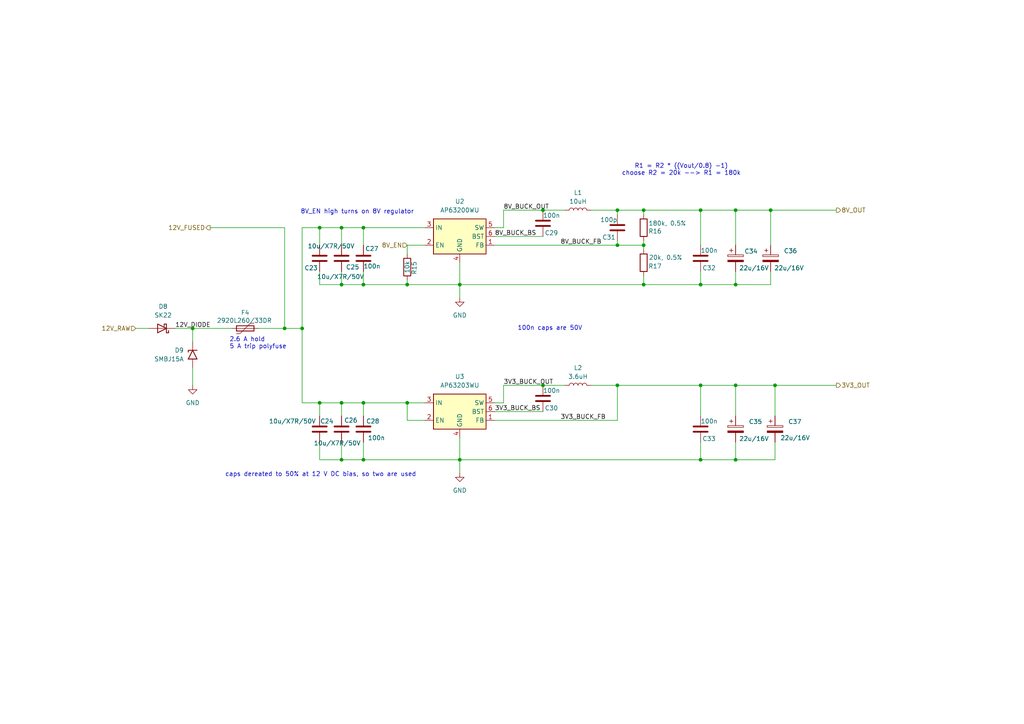
<source format=kicad_sch>
(kicad_sch (version 20231120) (generator "eeschema") (generator_version "8.0")
  (paper "A4")
  (lib_symbols
    (symbol "Device:C" (pin_numbers hide) (pin_names (offset 0.254))
      (property "Reference" "C" (at 0.635 2.54 0))
      (property "Value" "C" (at 0.635 -2.54 0))
      (symbol "C_0_1"
        (polyline (pts (xy -2.032 -0.762) (xy 2.032 -0.762)) (stroke (width 0.508)))
        (polyline (pts (xy -2.032 0.762) (xy 2.032 0.762)) (stroke (width 0.508)))
      )
      (symbol "C_1_1"
        (pin passive line (at 0 3.81 270) (length 2.794) (name "~") (number "1"))
        (pin passive line (at 0 -3.81 90) (length 2.794) (name "~") (number "2"))
      )
    )
    (symbol "Device:C_Polarized" (pin_numbers hide) (pin_names (offset 0.254))
      (property "Reference" "C" (at 0.635 2.54 0))
      (property "Value" "C_Polarized" (at 0.635 -2.54 0))
      (symbol "C_Polarized_0_1"
        (rectangle (start -2.286 0.508) (end 2.286 1.016))
        (polyline (pts (xy -1.778 2.286) (xy -0.762 2.286)))
        (polyline (pts (xy -1.27 2.794) (xy -1.27 1.778)))
        (rectangle (start 2.286 -0.508) (end -2.286 -1.016) (fill (type outline)))
      )
      (symbol "C_Polarized_1_1"
        (pin passive line (at 0 3.81 270) (length 2.794) (name "~") (number "1"))
        (pin passive line (at 0 -3.81 90) (length 2.794) (name "~") (number "2"))
      )
    )
    (symbol "Device:D_Schottky" (pin_numbers hide) (pin_names (offset 1.016) hide)
      (property "Reference" "D" (at 0 2.54 0))
      (property "Value" "D_Schottky" (at 0 -2.54 0))
      (symbol "D_Schottky_0_1"
        (polyline (pts (xy 1.27 0) (xy -1.27 0)))
        (polyline (pts (xy 1.27 1.27) (xy 1.27 -1.27) (xy -1.27 0) (xy 1.27 1.27)) (stroke (width 0.254)))
        (polyline (pts (xy -1.905 0.635) (xy -1.905 1.27) (xy -1.27 1.27) (xy -1.27 -1.27) (xy -0.635 -1.27) (xy -0.635 -0.635)) (stroke (width 0.254)))
      )
      (symbol "D_Schottky_1_1"
        (pin passive line (at -3.81 0 0) (length 2.54) (name "K") (number "1"))
        (pin passive line (at 3.81 0 180) (length 2.54) (name "A") (number "2"))
      )
    )
    (symbol "Device:L" (pin_numbers hide) (pin_names (offset 1.016) hide)
      (property "Reference" "L" (at -1.27 0 90))
      (property "Value" "L" (at 1.905 0 90))
      (symbol "L_0_1"
        (arc (start 0 -2.54) (mid 0.6323 -1.905) (end 0 -1.27))
        (arc (start 0 -1.27) (mid 0.6323 -0.635) (end 0 0))
        (arc (start 0 0) (mid 0.6323 0.635) (end 0 1.27))
        (arc (start 0 1.27) (mid 0.6323 1.905) (end 0 2.54))
      )
      (symbol "L_1_1"
        (pin passive line (at 0 3.81 270) (length 1.27) (name "1") (number "1"))
        (pin passive line (at 0 -3.81 90) (length 1.27) (name "2") (number "2"))
      )
    )
    (symbol "Device:Polyfuse" (pin_numbers hide) (pin_names (offset 0))
      (property "Reference" "F" (at -2.54 0 90))
      (property "Value" "Polyfuse" (at 2.54 0 90))
      (symbol "Polyfuse_0_1"
        (rectangle (start -0.762 2.54) (end 0.762 -2.54) (stroke (width 0.254)))
        (polyline (pts (xy 0 2.54) (xy 0 -2.54)))
        (polyline (pts (xy -1.524 2.54) (xy -1.524 1.524) (xy 1.524 -1.524) (xy 1.524 -2.54)))
      )
      (symbol "Polyfuse_1_1"
        (pin passive line (at 0 3.81 270) (length 1.27) (name "~") (number "1"))
        (pin passive line (at 0 -3.81 90) (length 1.27) (name "~") (number "2"))
      )
    )
    (symbol "Device:R" (pin_numbers hide) (pin_names (offset 0))
      (property "Reference" "R" (at 2.032 0 90))
      (property "Value" "R" (at 0 0 90))
      (symbol "R_0_1"
        (rectangle (start -1.016 -2.54) (end 1.016 2.54) (stroke (width 0.254)))
      )
      (symbol "R_1_1"
        (pin passive line (at 0 3.81 270) (length 1.27) (name "~") (number "1"))
        (pin passive line (at 0 -3.81 90) (length 1.27) (name "~") (number "2"))
      )
    )
    (symbol "Diode:SM6T10A" (pin_numbers hide) (pin_names (offset 1.016) hide)
      (property "Reference" "D" (at 0 2.54 0))
      (property "Value" "SM6T10A" (at 0 -2.54 0))
      (symbol "SM6T10A_0_1"
        (polyline (pts (xy -0.762 1.27) (xy -1.27 1.27) (xy -1.27 -1.27)) (stroke (width 0.254)))
        (polyline (pts (xy 1.27 1.27) (xy 1.27 -1.27) (xy -1.27 0) (xy 1.27 1.27)) (stroke (width 0.254)))
      )
      (symbol "SM6T10A_1_1"
        (pin passive line (at -3.81 0 0) (length 2.54) (name "A1") (number "1"))
        (pin passive line (at 3.81 0 180) (length 2.54) (name "A2") (number "2"))
      )
    )
    (symbol "Regulator_Switching:AP63200WU"
      (property "Reference" "U" (at -7.62 6.35 0))
      (property "Value" "AP63200WU" (at 2.54 6.35 0))
      (symbol "AP63200WU_0_1"
        (rectangle (start -7.62 5.08) (end 7.62 -5.08) (stroke (width 0.254)) (fill (type background)))
      )
      (symbol "AP63200WU_1_1"
        (pin input line (at 10.16 -2.54 180) (length 2.54) (name "FB") (number "1"))
        (pin input line (at -10.16 -2.54 0) (length 2.54) (name "EN") (number "2"))
        (pin power_in line (at -10.16 2.54 0) (length 2.54) (name "IN") (number "3"))
        (pin power_in line (at 0 -7.62 90) (length 2.54) (name "GND") (number "4"))
        (pin output line (at 10.16 2.54 180) (length 2.54) (name "SW") (number "5"))
        (pin passive line (at 10.16 0 180) (length 2.54) (name "BST") (number "6"))
      )
    )
    (symbol "Regulator_Switching:AP63203WU"
      (property "Reference" "U" (at -7.62 6.35 0))
      (property "Value" "AP63203WU" (at 2.54 6.35 0))
      (symbol "AP63203WU_0_1"
        (rectangle (start -7.62 5.08) (end 7.62 -5.08) (stroke (width 0.254)) (fill (type background)))
      )
      (symbol "AP63203WU_1_1"
        (pin input line (at 10.16 -2.54 180) (length 2.54) (name "FB") (number "1"))
        (pin input line (at -10.16 -2.54 0) (length 2.54) (name "EN") (number "2"))
        (pin power_in line (at -10.16 2.54 0) (length 2.54) (name "IN") (number "3"))
        (pin power_in line (at 0 -7.62 90) (length 2.54) (name "GND") (number "4"))
        (pin output line (at 10.16 2.54 180) (length 2.54) (name "SW") (number "5"))
        (pin passive line (at 10.16 0 180) (length 2.54) (name "BST") (number "6"))
      )
    )
    (symbol "power:GND" (power) (pin_numbers hide) (pin_names (offset 0) hide)
      (property "Value" "GND" (at 0 -3.81 0))
      (symbol "GND_0_1"
        (polyline (pts (xy 0 0) (xy 0 -1.27) (xy 1.27 -1.27) (xy 0 -2.54) (xy -1.27 -1.27) (xy 0 -1.27)))
      )
      (symbol "GND_1_1"
        (pin power_in line (at 0 0 270) (length 0) (name "~") (number "1"))
      )
    )
  )
  (junction (at 203.2 111.76))
  (junction (at 99.06 116.84))
  (junction (at 213.36 82.55))
  (junction (at 99.06 66.04))
  (junction (at 99.06 82.55))
  (junction (at 105.41 116.84))
  (junction (at 179.07 111.76))
  (junction (at 92.71 66.04))
  (junction (at 87.63 95.25))
  (junction (at 186.69 71.12))
  (junction (at 157.48 111.76))
  (junction (at 179.07 71.12))
  (junction (at 186.69 60.96))
  (junction (at 105.41 133.35))
  (junction (at 186.69 82.55))
  (junction (at 213.36 111.76))
  (junction (at 203.2 133.35))
  (junction (at 213.36 60.96))
  (junction (at 99.06 133.35))
  (junction (at 55.88 95.25))
  (junction (at 118.11 82.55))
  (junction (at 105.41 82.55))
  (junction (at 224.79 111.76))
  (junction (at 179.07 60.96))
  (junction (at 133.35 133.35))
  (junction (at 82.55 95.25))
  (junction (at 213.36 133.35))
  (junction (at 92.71 116.84))
  (junction (at 223.52 60.96))
  (junction (at 105.41 66.04))
  (junction (at 118.11 116.84))
  (junction (at 203.2 60.96))
  (junction (at 203.2 82.55))
  (junction (at 133.35 82.55))
  (junction (at 157.48 60.96))
  (wire (pts (xy 118.11 71.12) (xy 118.11 73.66)))
  (wire (pts (xy 186.69 82.55) (xy 203.2 82.55)))
  (wire (pts (xy 186.69 60.96) (xy 186.69 62.23)))
  (wire (pts (xy 143.51 68.58) (xy 157.48 68.58)))
  (wire (pts (xy 146.05 60.96) (xy 157.48 60.96)))
  (wire (pts (xy 143.51 121.92) (xy 179.07 121.92)))
  (wire (pts (xy 213.36 82.55) (xy 223.52 82.55)))
  (wire (pts (xy 99.06 133.35) (xy 105.41 133.35)))
  (wire (pts (xy 186.69 60.96) (xy 203.2 60.96)))
  (wire (pts (xy 92.71 116.84) (xy 99.06 116.84)))
  (wire (pts (xy 92.71 116.84) (xy 92.71 120.65)))
  (wire (pts (xy 99.06 82.55) (xy 105.41 82.55)))
  (wire (pts (xy 157.48 111.76) (xy 163.83 111.76)))
  (wire (pts (xy 143.51 66.04) (xy 146.05 66.04)))
  (wire (pts (xy 179.07 60.96) (xy 186.69 60.96)))
  (wire (pts (xy 123.19 121.92) (xy 118.11 121.92)))
  (wire (pts (xy 133.35 76.2) (xy 133.35 82.55)))
  (wire (pts (xy 87.63 95.25) (xy 87.63 116.84)))
  (wire (pts (xy 87.63 66.04) (xy 92.71 66.04)))
  (wire (pts (xy 39.37 95.25) (xy 43.18 95.25)))
  (wire (pts (xy 82.55 66.04) (xy 82.55 95.25)))
  (wire (pts (xy 203.2 133.35) (xy 203.2 128.27)))
  (wire (pts (xy 133.35 127) (xy 133.35 133.35)))
  (wire (pts (xy 186.69 80.01) (xy 186.69 82.55)))
  (wire (pts (xy 179.07 111.76) (xy 171.45 111.76)))
  (wire (pts (xy 92.71 78.74) (xy 92.71 82.55)))
  (wire (pts (xy 118.11 81.28) (xy 118.11 82.55)))
  (wire (pts (xy 87.63 116.84) (xy 92.71 116.84)))
  (wire (pts (xy 82.55 66.04) (xy 60.96 66.04)))
  (wire (pts (xy 105.41 133.35) (xy 133.35 133.35)))
  (wire (pts (xy 118.11 121.92) (xy 118.11 116.84)))
  (wire (pts (xy 213.36 133.35) (xy 224.79 133.35)))
  (wire (pts (xy 87.63 95.25) (xy 87.63 66.04)))
  (wire (pts (xy 55.88 95.25) (xy 55.88 99.06)))
  (wire (pts (xy 179.07 69.85) (xy 179.07 71.12)))
  (wire (pts (xy 92.71 66.04) (xy 92.71 71.12)))
  (wire (pts (xy 157.48 60.96) (xy 163.83 60.96)))
  (wire (pts (xy 213.36 60.96) (xy 213.36 71.12)))
  (wire (pts (xy 223.52 71.12) (xy 223.52 60.96)))
  (wire (pts (xy 105.41 128.27) (xy 105.41 133.35)))
  (wire (pts (xy 105.41 116.84) (xy 118.11 116.84)))
  (wire (pts (xy 224.79 120.65) (xy 224.79 111.76)))
  (wire (pts (xy 105.41 116.84) (xy 105.41 120.65)))
  (wire (pts (xy 146.05 111.76) (xy 157.48 111.76)))
  (wire (pts (xy 99.06 78.74) (xy 99.06 82.55)))
  (wire (pts (xy 143.51 116.84) (xy 146.05 116.84)))
  (wire (pts (xy 203.2 60.96) (xy 203.2 71.12)))
  (wire (pts (xy 213.36 78.74) (xy 213.36 82.55)))
  (wire (pts (xy 123.19 71.12) (xy 118.11 71.12)))
  (wire (pts (xy 224.79 133.35) (xy 224.79 128.27)))
  (wire (pts (xy 179.07 71.12) (xy 186.69 71.12)))
  (wire (pts (xy 213.36 111.76) (xy 224.79 111.76)))
  (wire (pts (xy 118.11 82.55) (xy 133.35 82.55)))
  (wire (pts (xy 92.71 66.04) (xy 99.06 66.04)))
  (wire (pts (xy 55.88 95.25) (xy 67.31 95.25)))
  (wire (pts (xy 133.35 82.55) (xy 186.69 82.55)))
  (wire (pts (xy 105.41 82.55) (xy 118.11 82.55)))
  (wire (pts (xy 99.06 66.04) (xy 99.06 71.12)))
  (wire (pts (xy 82.55 95.25) (xy 87.63 95.25)))
  (wire (pts (xy 203.2 60.96) (xy 213.36 60.96)))
  (wire (pts (xy 105.41 78.74) (xy 105.41 82.55)))
  (wire (pts (xy 224.79 111.76) (xy 242.57 111.76)))
  (wire (pts (xy 133.35 137.16) (xy 133.35 133.35)))
  (wire (pts (xy 74.93 95.25) (xy 82.55 95.25)))
  (wire (pts (xy 203.2 111.76) (xy 213.36 111.76)))
  (wire (pts (xy 50.8 95.25) (xy 55.88 95.25)))
  (wire (pts (xy 203.2 82.55) (xy 203.2 78.74)))
  (wire (pts (xy 203.2 82.55) (xy 213.36 82.55)))
  (wire (pts (xy 105.41 66.04) (xy 123.19 66.04)))
  (wire (pts (xy 133.35 133.35) (xy 203.2 133.35)))
  (wire (pts (xy 223.52 60.96) (xy 242.57 60.96)))
  (wire (pts (xy 203.2 133.35) (xy 213.36 133.35)))
  (wire (pts (xy 92.71 82.55) (xy 99.06 82.55)))
  (wire (pts (xy 99.06 116.84) (xy 99.06 120.65)))
  (wire (pts (xy 186.69 69.85) (xy 186.69 71.12)))
  (wire (pts (xy 203.2 111.76) (xy 203.2 120.65)))
  (wire (pts (xy 92.71 128.27) (xy 92.71 133.35)))
  (wire (pts (xy 179.07 121.92) (xy 179.07 111.76)))
  (wire (pts (xy 105.41 66.04) (xy 105.41 71.12)))
  (wire (pts (xy 133.35 86.36) (xy 133.35 82.55)))
  (wire (pts (xy 179.07 60.96) (xy 179.07 62.23)))
  (wire (pts (xy 99.06 128.27) (xy 99.06 133.35)))
  (wire (pts (xy 213.36 60.96) (xy 223.52 60.96)))
  (wire (pts (xy 99.06 116.84) (xy 105.41 116.84)))
  (wire (pts (xy 146.05 66.04) (xy 146.05 60.96)))
  (wire (pts (xy 186.69 71.12) (xy 186.69 72.39)))
  (wire (pts (xy 118.11 116.84) (xy 123.19 116.84)))
  (wire (pts (xy 55.88 106.68) (xy 55.88 111.76)))
  (wire (pts (xy 171.45 60.96) (xy 179.07 60.96)))
  (wire (pts (xy 223.52 82.55) (xy 223.52 78.74)))
  (wire (pts (xy 146.05 116.84) (xy 146.05 111.76)))
  (wire (pts (xy 99.06 66.04) (xy 105.41 66.04)))
  (wire (pts (xy 213.36 128.27) (xy 213.36 133.35)))
  (wire (pts (xy 213.36 111.76) (xy 213.36 120.65)))
  (wire (pts (xy 143.51 119.38) (xy 157.48 119.38)))
  (wire (pts (xy 92.71 133.35) (xy 99.06 133.35)))
  (wire (pts (xy 143.51 71.12) (xy 179.07 71.12)))
  (wire (pts (xy 179.07 111.76) (xy 203.2 111.76)))
  (text "R1 = R2 * ((Vout/0.8) -1)\nchoose R2 = 20k --> R1 = 180k" (at 197.612 49.276 0) (effects (font (size 1.27 1.27))))
  (text "100n caps are 50V" (at 159.512 95.25 0) (effects (font (size 1.27 1.27))))
  (text "8V_EN high turns on 8V regulator" (at 103.632 61.468 0) (effects (font (size 1.27 1.27))))
  (text "2.6 A hold\n5 A trip polyfuse" (at 66.548 99.568 0) (effects (font (size 1.27 1.27)) (justify left)))
  (text "caps dereated to 50% at 12 V DC bias, so two are used" (at 65.278 137.668 0) (effects (font (size 1.27 1.27)) (justify left)))
  (label "8V_BUCK_FB" (at 162.56 71.12 0))
  (label "8V_BUCK_OUT" (at 146.05 60.96 0))
  (label "12V_DIODE" (at 50.8 95.25 0))
  (label "3V3_BUCK_FB" (at 162.56 121.92 0))
  (label "8V_BUCK_BS" (at 143.51 68.58 0))
  (label "3V3_BUCK_OUT" (at 146.05 111.76 0))
  (label "3V3_BUCK_BS" (at 143.51 119.38 0))
  (hierarchical_label "8V_EN" (shape input) (at 118.11 71.12 180))
  (hierarchical_label "3V3_OUT" (shape output) (at 242.57 111.76 0))
  (hierarchical_label "12V_FUSED" (shape output) (at 60.96 66.04 180))
  (hierarchical_label "12V_RAW" (shape input) (at 39.37 95.25 180))
  (hierarchical_label "8V_OUT" (shape output) (at 242.57 60.96 0))
  (symbol (lib_id "Device:C") (at 105.41 124.46 0) (unit 1)
    (property "Reference" "C28" (at 106.172 122.174 0) (effects (justify left)))
    (property "Value" "100n" (at 106.68 127 0) (effects (justify left)))
    (property "Footprint" "Capacitor_SMD:C_0805_2012Metric_Pad1.18x1.45mm_HandSolder" (effects (hide yes)))
    (property "Description" "Unpolarized capacitor" (effects (hide yes)))
  )
  (symbol (lib_id "Device:C") (at 92.71 74.93 0) (mirror y) (unit 1)
    (property "Reference" "C23" (at 92.202 77.724 0) (effects (justify left)))
    (property "Value" "10u/X7R/50V" (at 102.87 71.374 0) (effects (justify left)))
    (property "Footprint" "Capacitor_SMD:C_1206_3216Metric_Pad1.33x1.80mm_HandSolder" (effects (hide yes)))
    (property "Description" "Unpolarized capacitor" (effects (hide yes)))
  )
  (symbol (lib_id "Device:C") (at 105.41 74.93 0) (mirror x) (unit 1)
    (property "Reference" "C27" (at 105.918 72.136 0) (effects (justify left)))
    (property "Value" "100n" (at 105.41 77.216 0) (effects (justify left)))
    (property "Footprint" "Capacitor_SMD:C_0805_2012Metric_Pad1.18x1.45mm_HandSolder" (effects (hide yes)))
    (property "Description" "Unpolarized capacitor" (effects (hide yes)))
  )
  (symbol (lib_id "Device:C") (at 179.07 66.04 0) (mirror y) (unit 1)
    (property "Reference" "C31" (at 178.562 68.834 0) (effects (justify left)))
    (property "Value" "100p" (at 179.07 63.754 0) (effects (justify left)))
    (property "Footprint" "Capacitor_SMD:C_0805_2012Metric_Pad1.18x1.45mm_HandSolder" (effects (hide yes)))
    (property "Description" "Unpolarized capacitor" (effects (hide yes)))
  )
  (symbol (lib_id "Device:L") (at 167.64 60.96 90) (unit 1)
    (property "Reference" "L1" (at 167.64 55.88 90))
    (property "Value" "10uH" (at 167.64 58.42 90))
    (property "Footprint" "Inductor_SMD:L_Bourns-SRN8040_8x8.15mm" (effects (hide yes)))
    (property "Description" "Inductor" (effects (hide yes)))
  )
  (symbol (lib_id "Device:C_Polarized") (at 213.36 124.46 0) (unit 1)
    (property "Reference" "C35" (at 217.17 122.3009 0) (effects (justify left)))
    (property "Value" "22u/16V" (at 214.376 127.254 0) (effects (justify left)))
    (property "Footprint" "Capacitor_SMD:CP_Elec_4x5.8" (effects (hide yes)))
    (property "Description" "Polarized capacitor" (effects (hide yes)))
  )
  (symbol (lib_id "Device:R") (at 118.11 77.47 0) (unit 1)
    (property "Reference" "R15" (at 120.142 77.724 90))
    (property "Value" "10k" (at 118.11 77.47 90))
    (property "Footprint" "Resistor_SMD:R_0805_2012Metric_Pad1.20x1.40mm_HandSolder" (effects (hide yes)))
    (property "Description" "Resistor" (effects (hide yes)))
  )
  (symbol (lib_id "Device:C") (at 157.48 64.77 0) (unit 1)
    (property "Reference" "C29" (at 157.988 67.564 0) (effects (justify left)))
    (property "Value" "100n" (at 157.48 62.484 0) (effects (justify left)))
    (property "Footprint" "Capacitor_SMD:C_0805_2012Metric_Pad1.18x1.45mm_HandSolder" (effects (hide yes)))
    (property "Description" "Unpolarized capacitor" (effects (hide yes)))
  )
  (symbol (lib_id "Device:C_Polarized") (at 223.52 74.93 0) (unit 1)
    (property "Reference" "C36" (at 227.33 72.7709 0) (effects (justify left)))
    (property "Value" "22u/16V" (at 224.536 77.724 0) (effects (justify left)))
    (property "Footprint" "Capacitor_SMD:CP_Elec_4x5.8" (effects (hide yes)))
    (property "Description" "Polarized capacitor" (effects (hide yes)))
  )
  (symbol (lib_id "Regulator_Switching:AP63203WU") (at 133.35 119.38 0) (unit 1)
    (property "Reference" "U3" (at 133.35 109.22 0))
    (property "Value" "AP63203WU" (at 133.35 111.76 0))
    (property "Footprint" "Package_TO_SOT_SMD:TSOT-23-6" (effects (hide yes)))
    (property "Datasheet" "https://www.diodes.com/assets/Datasheets/AP63200-AP63201-AP63203-AP63205.pdf" (effects (hide yes)))
    (property "Description" "2A, 1.1MHz Buck DC/DC Converter, fixed 3.3V output voltage, TSOT-23-6" (effects (hide yes)))
  )
  (symbol (lib_id "Device:C") (at 203.2 74.93 0) (unit 1)
    (property "Reference" "C32" (at 203.708 77.724 0) (effects (justify left)))
    (property "Value" "100n" (at 203.2 72.644 0) (effects (justify left)))
    (property "Footprint" "Capacitor_SMD:C_0805_2012Metric_Pad1.18x1.45mm_HandSolder" (effects (hide yes)))
    (property "Description" "Unpolarized capacitor" (effects (hide yes)))
  )
  (symbol (lib_id "Regulator_Switching:AP63200WU") (at 133.35 68.58 0) (unit 1)
    (property "Reference" "U2" (at 133.35 58.42 0))
    (property "Value" "AP63200WU" (at 133.35 60.96 0))
    (property "Footprint" "Package_TO_SOT_SMD:TSOT-23-6" (effects (hide yes)))
    (property "Datasheet" "https://www.diodes.com/assets/Datasheets/AP63200-AP63201-AP63203-AP63205.pdf" (effects (hide yes)))
    (property "Description" "2A, 500kHz Buck DC/DC Converter, adjustable output voltage, TSOT-23-6" (effects (hide yes)))
  )
  (symbol (lib_id "Device:C") (at 157.48 115.57 0) (unit 1)
    (property "Reference" "C30" (at 157.988 118.364 0) (effects (justify left)))
    (property "Value" "100n" (at 157.48 113.284 0) (effects (justify left)))
    (property "Footprint" "Capacitor_SMD:C_0805_2012Metric_Pad1.18x1.45mm_HandSolder" (effects (hide yes)))
    (property "Description" "Unpolarized capacitor" (effects (hide yes)))
  )
  (symbol (lib_id "power:GND") (at 133.35 137.16 0) (unit 1)
    (property "Reference" "#PWR076" (effects (hide yes)))
    (property "Value" "GND" (at 133.35 142.24 0))
    (property "Description" "Power symbol creates a global label with name \"GND\" , ground" (effects (hide yes)))
  )
  (symbol (lib_id "Device:D_Schottky") (at 46.99 95.25 180) (unit 1)
    (property "Reference" "D8" (at 47.3075 88.9 0))
    (property "Value" "SK22" (at 47.3075 91.44 0))
    (property "Footprint" "Diode_SMD:D_SMB_Handsoldering" (effects (hide yes)))
    (property "Description" "Schottky diode" (effects (hide yes)))
  )
  (symbol (lib_id "power:GND") (at 133.35 86.36 0) (unit 1)
    (property "Reference" "#PWR075" (effects (hide yes)))
    (property "Value" "GND" (at 133.35 91.44 0))
    (property "Description" "Power symbol creates a global label with name \"GND\" , ground" (effects (hide yes)))
  )
  (symbol (lib_id "Device:C") (at 92.71 124.46 180) (unit 1)
    (property "Reference" "C24" (at 96.774 122.174 0) (effects (justify left)))
    (property "Value" "10u/X7R/50V" (at 104.648 128.524 0) (effects (justify left)))
    (property "Footprint" "Capacitor_SMD:C_1206_3216Metric_Pad1.33x1.80mm_HandSolder" (effects (hide yes)))
    (property "Description" "Unpolarized capacitor" (effects (hide yes)))
  )
  (symbol (lib_id "Diode:SM6T10A") (at 55.88 102.87 90) (mirror x) (unit 1)
    (property "Reference" "D9" (at 53.34 101.5999 90) (effects (justify left)))
    (property "Value" "SMBJ15A" (at 53.34 104.1399 90) (effects (justify left)))
    (property "Footprint" "Diode_SMD:D_SMB" (effects (hide yes)))
    (property "Datasheet" "https://www.st.com/resource/en/datasheet/sm6t.pdf" (effects (hide yes)))
    (property "Description" "600W unidirectional Transil Transient Voltage Suppressor, 10Vrwm, DO-214AA" (effects (hide yes)))
  )
  (symbol (lib_id "Device:C") (at 99.06 74.93 0) (mirror x) (unit 1)
    (property "Reference" "C25" (at 100.33 77.47 0) (effects (justify left)))
    (property "Value" "10u/X7R/50V" (at 91.948 80.264 0) (effects (justify left)))
    (property "Footprint" "Capacitor_SMD:C_1206_3216Metric_Pad1.33x1.80mm_HandSolder" (effects (hide yes)))
    (property "Description" "Unpolarized capacitor" (effects (hide yes)))
  )
  (symbol (lib_id "Device:L") (at 167.64 111.76 90) (unit 1)
    (property "Reference" "L2" (at 167.64 106.68 90))
    (property "Value" "3.6uH" (at 167.64 109.22 90))
    (property "Footprint" "Inductor_SMD:L_Bourns-SRN8040_8x8.15mm" (effects (hide yes)))
    (property "Description" "Inductor" (effects (hide yes)))
  )
  (symbol (lib_id "Device:C_Polarized") (at 224.79 124.46 0) (unit 1)
    (property "Reference" "C37" (at 228.6 122.3009 0) (effects (justify left)))
    (property "Value" "22u/16V" (at 226.314 127 0) (effects (justify left)))
    (property "Footprint" "Capacitor_SMD:CP_Elec_4x5.8" (effects (hide yes)))
    (property "Description" "Polarized capacitor" (effects (hide yes)))
  )
  (symbol (lib_id "Device:C") (at 203.2 124.46 0) (unit 1)
    (property "Reference" "C33" (at 203.708 127.254 0) (effects (justify left)))
    (property "Value" "100n" (at 203.2 122.174 0) (effects (justify left)))
    (property "Footprint" "Capacitor_SMD:C_0805_2012Metric_Pad1.18x1.45mm_HandSolder" (effects (hide yes)))
    (property "Description" "Unpolarized capacitor" (effects (hide yes)))
  )
  (symbol (lib_id "power:GND") (at 55.88 111.76 0) (unit 1)
    (property "Reference" "#PWR074" (effects (hide yes)))
    (property "Value" "GND" (at 55.88 116.84 0))
    (property "Description" "Power symbol creates a global label with name \"GND\" , ground" (effects (hide yes)))
  )
  (symbol (lib_id "Device:R") (at 186.69 66.04 180) (unit 1)
    (property "Reference" "R16" (at 189.992 67.056 0))
    (property "Value" "180k, 0.5%" (at 193.548 64.77 0))
    (property "Footprint" "Resistor_SMD:R_0805_2012Metric_Pad1.20x1.40mm_HandSolder" (effects (hide yes)))
    (property "Description" "Resistor" (effects (hide yes)))
  )
  (symbol (lib_id "Device:Polyfuse") (at 71.12 95.25 90) (unit 1)
    (property "Reference" "F4" (at 71.12 90.678 90))
    (property "Value" "2920L260/33DR" (at 70.866 92.964 90))
    (property "Footprint" "Fuse:Fuse_2920_7451Metric" (effects (hide yes)))
    (property "Description" "Resettable fuse, polymeric positive temperature coefficient" (effects (hide yes)))
  )
  (symbol (lib_id "Device:C_Polarized") (at 213.36 74.93 0) (unit 1)
    (property "Reference" "C34" (at 215.9 72.898 0) (effects (justify left)))
    (property "Value" "22u/16V" (at 214.376 77.724 0) (effects (justify left)))
    (property "Footprint" "Capacitor_SMD:CP_Elec_4x5.8" (effects (hide yes)))
    (property "Description" "Polarized capacitor" (effects (hide yes)))
  )
  (symbol (lib_id "Device:R") (at 186.69 76.2 180) (unit 1)
    (property "Reference" "R17" (at 189.992 77.216 0))
    (property "Value" "20k, 0.5%" (at 193.04 74.676 0))
    (property "Footprint" "Resistor_SMD:R_0805_2012Metric_Pad1.20x1.40mm_HandSolder" (effects (hide yes)))
    (property "Description" "Resistor" (effects (hide yes)))
  )
  (symbol (lib_id "Device:C") (at 99.06 124.46 0) (mirror x) (unit 1)
    (property "Reference" "C26" (at 99.822 121.92 0) (effects (justify left)))
    (property "Value" "10u/X7R/50V" (at 77.978 122.174 0) (effects (justify left)))
    (property "Footprint" "Capacitor_SMD:C_1206_3216Metric_Pad1.33x1.80mm_HandSolder" (effects (hide yes)))
    (property "Description" "Unpolarized capacitor" (effects (hide yes)))
  )
)
</source>
